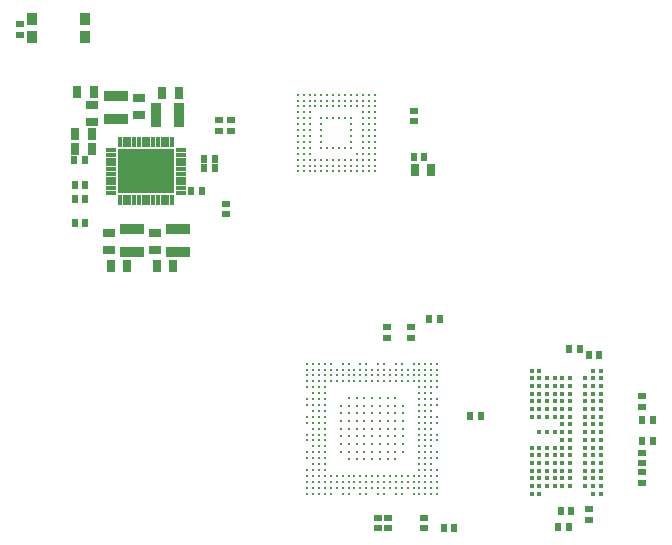
<source format=gts>
G04 Layer_Color=8388736*
%FSLAX43Y43*%
%MOMM*%
G71*
G01*
G75*
%ADD40C,0.400*%
%ADD43R,0.610X0.660*%
%ADD44R,0.610X0.800*%
%ADD45R,0.800X0.610*%
%ADD46R,0.660X0.610*%
%ADD47R,0.900X0.300*%
%ADD48R,0.300X0.900*%
%ADD49R,4.700X3.700*%
%ADD50R,2.100X0.900*%
%ADD51R,0.900X2.100*%
%ADD52R,0.990X0.740*%
%ADD53R,0.740X0.990*%
%ADD54R,0.850X1.100*%
%ADD55C,0.330*%
D40*
X51350Y57200D02*
D03*
X50700D02*
D03*
X46150D02*
D03*
X45500D02*
D03*
X51350Y57850D02*
D03*
X50700D02*
D03*
X50050D02*
D03*
X48750D02*
D03*
X48100D02*
D03*
X47450D02*
D03*
X46800D02*
D03*
X46150D02*
D03*
X45500D02*
D03*
X51350Y58500D02*
D03*
X50700D02*
D03*
X50050D02*
D03*
X48750D02*
D03*
X48100D02*
D03*
X47450D02*
D03*
X46800D02*
D03*
X46150D02*
D03*
X45500D02*
D03*
X51350Y59150D02*
D03*
X50700D02*
D03*
X50050D02*
D03*
X48100D02*
D03*
X47450D02*
D03*
X46800D02*
D03*
X48750D02*
D03*
X46150D02*
D03*
X45500D02*
D03*
Y59800D02*
D03*
X46150D02*
D03*
X48750D02*
D03*
X46800D02*
D03*
X47450D02*
D03*
X48100D02*
D03*
X50050D02*
D03*
X50700D02*
D03*
X51350D02*
D03*
Y62400D02*
D03*
X50700D02*
D03*
X50050D02*
D03*
X48100D02*
D03*
X47450D02*
D03*
X46800D02*
D03*
X48750D02*
D03*
X46150D02*
D03*
X48750Y61750D02*
D03*
X48100D02*
D03*
X50050D02*
D03*
X50700D02*
D03*
X51350D02*
D03*
X45500Y61100D02*
D03*
X46150D02*
D03*
X46800D02*
D03*
X47450D02*
D03*
X48100D02*
D03*
X48750D02*
D03*
X50050D02*
D03*
X50700D02*
D03*
X51350D02*
D03*
X45500Y60450D02*
D03*
X46150D02*
D03*
X46800D02*
D03*
X47450D02*
D03*
X48100D02*
D03*
X48750D02*
D03*
X50050D02*
D03*
X50700D02*
D03*
X51350D02*
D03*
Y65000D02*
D03*
X50700D02*
D03*
X50050D02*
D03*
X48100D02*
D03*
X47450D02*
D03*
X46800D02*
D03*
X48750D02*
D03*
X46150D02*
D03*
X45500D02*
D03*
Y64350D02*
D03*
X46150D02*
D03*
X48750D02*
D03*
X46800D02*
D03*
X47450D02*
D03*
X48100D02*
D03*
X50050D02*
D03*
X50700D02*
D03*
X51350D02*
D03*
X45500Y63700D02*
D03*
X46150D02*
D03*
X46800D02*
D03*
X47450D02*
D03*
X48100D02*
D03*
X48750D02*
D03*
X50050D02*
D03*
X50700D02*
D03*
X51350D02*
D03*
X48100Y63050D02*
D03*
X48750D02*
D03*
X50050D02*
D03*
X50700D02*
D03*
X51350D02*
D03*
Y67600D02*
D03*
X50700D02*
D03*
X46150D02*
D03*
X45500D02*
D03*
Y66950D02*
D03*
X46150D02*
D03*
X48750D02*
D03*
X46800D02*
D03*
X47450D02*
D03*
X48100D02*
D03*
X50050D02*
D03*
X50700D02*
D03*
X51350D02*
D03*
X45500Y66300D02*
D03*
X46150D02*
D03*
X46800D02*
D03*
X47450D02*
D03*
X48100D02*
D03*
X48750D02*
D03*
X50050D02*
D03*
X50700D02*
D03*
X51350D02*
D03*
X45500Y65650D02*
D03*
X46150D02*
D03*
X46800D02*
D03*
X47450D02*
D03*
X48100D02*
D03*
X48750D02*
D03*
X50050D02*
D03*
X50700D02*
D03*
X51350D02*
D03*
D43*
X6750Y85450D02*
D03*
X7650D02*
D03*
X36425Y85725D02*
D03*
X35525D02*
D03*
X48675Y69400D02*
D03*
X49575D02*
D03*
X48675Y54375D02*
D03*
X47775D02*
D03*
X38950Y54275D02*
D03*
X38050D02*
D03*
X36825Y72000D02*
D03*
X37725D02*
D03*
X17784Y85562D02*
D03*
X18684D02*
D03*
X6800Y83325D02*
D03*
X7700D02*
D03*
X6800Y80075D02*
D03*
X7700D02*
D03*
X18675Y84725D02*
D03*
X17775D02*
D03*
X17600Y82825D02*
D03*
X16700D02*
D03*
X6800Y82175D02*
D03*
X7700D02*
D03*
X51225Y68925D02*
D03*
X50325D02*
D03*
X54850Y61675D02*
D03*
X55750D02*
D03*
X48875Y55750D02*
D03*
X47975D02*
D03*
D44*
X40275Y63775D02*
D03*
X41175D02*
D03*
X55750Y63400D02*
D03*
X54850D02*
D03*
D45*
X50375Y54975D02*
D03*
Y55875D02*
D03*
X19625Y80850D02*
D03*
Y81750D02*
D03*
X20074Y87913D02*
D03*
Y88813D02*
D03*
X19025Y87900D02*
D03*
Y88800D02*
D03*
X35575Y88725D02*
D03*
Y89625D02*
D03*
D46*
X36350Y55150D02*
D03*
Y54250D02*
D03*
X54875Y59750D02*
D03*
Y60650D02*
D03*
X2175Y96050D02*
D03*
Y96950D02*
D03*
X32500Y54250D02*
D03*
Y55150D02*
D03*
X33250Y71300D02*
D03*
Y70400D02*
D03*
X35250Y71300D02*
D03*
Y70400D02*
D03*
X33325Y54250D02*
D03*
Y55150D02*
D03*
X54875Y65450D02*
D03*
Y64550D02*
D03*
Y58125D02*
D03*
Y59025D02*
D03*
D47*
X9900Y84675D02*
D03*
Y84275D02*
D03*
Y83875D02*
D03*
Y83475D02*
D03*
Y83075D02*
D03*
Y82675D02*
D03*
Y85075D02*
D03*
Y85475D02*
D03*
Y85875D02*
D03*
Y86275D02*
D03*
X15800D02*
D03*
Y85875D02*
D03*
Y85475D02*
D03*
Y85075D02*
D03*
Y84675D02*
D03*
Y82675D02*
D03*
Y83075D02*
D03*
Y83475D02*
D03*
Y83875D02*
D03*
Y84275D02*
D03*
D48*
X15050Y86925D02*
D03*
X12650Y82025D02*
D03*
X13050D02*
D03*
X13450D02*
D03*
X13850D02*
D03*
X14250D02*
D03*
X14650D02*
D03*
X12250D02*
D03*
X11850D02*
D03*
X11450D02*
D03*
X11050D02*
D03*
X10650D02*
D03*
X11050Y86925D02*
D03*
X11450D02*
D03*
X11850D02*
D03*
X12250D02*
D03*
X12650D02*
D03*
X14650D02*
D03*
X14250D02*
D03*
X13850D02*
D03*
X13450D02*
D03*
X13050D02*
D03*
X10650D02*
D03*
X15050Y82025D02*
D03*
D49*
X12850Y84475D02*
D03*
D50*
X11675Y79625D02*
D03*
Y77625D02*
D03*
X15575Y79625D02*
D03*
Y77625D02*
D03*
X10275Y88900D02*
D03*
Y90900D02*
D03*
D51*
X13675Y89225D02*
D03*
X15675D02*
D03*
D52*
X13625Y77850D02*
D03*
Y79250D02*
D03*
X8250Y90100D02*
D03*
Y88700D02*
D03*
X9750Y77850D02*
D03*
Y79250D02*
D03*
X12250Y90650D02*
D03*
Y89250D02*
D03*
D53*
X7050Y91175D02*
D03*
X8450D02*
D03*
X6875Y87625D02*
D03*
X8275D02*
D03*
X9850Y76450D02*
D03*
X11250D02*
D03*
X13750Y76450D02*
D03*
X15150D02*
D03*
X14225Y91150D02*
D03*
X15625D02*
D03*
X8275Y86350D02*
D03*
X6875D02*
D03*
X37000Y84625D02*
D03*
X35600D02*
D03*
D54*
X3225Y95850D02*
D03*
Y97350D02*
D03*
X7675Y95850D02*
D03*
Y97350D02*
D03*
D55*
X26500Y68200D02*
D03*
X27000D02*
D03*
X27500D02*
D03*
X28000D02*
D03*
X28500D02*
D03*
X29500D02*
D03*
X30000D02*
D03*
X31000D02*
D03*
X31500D02*
D03*
X32500D02*
D03*
X33000D02*
D03*
X34000D02*
D03*
X34500D02*
D03*
X35500D02*
D03*
X36000D02*
D03*
X36500D02*
D03*
X37000D02*
D03*
X37500D02*
D03*
X26500Y67700D02*
D03*
X27000D02*
D03*
X27500D02*
D03*
X28000D02*
D03*
X28500D02*
D03*
X29000D02*
D03*
X29500D02*
D03*
X30000D02*
D03*
X30500D02*
D03*
X31000D02*
D03*
X31500D02*
D03*
X32000D02*
D03*
X32500D02*
D03*
X33000D02*
D03*
X33500D02*
D03*
X34000D02*
D03*
X34500D02*
D03*
X35000D02*
D03*
X35500D02*
D03*
X36000D02*
D03*
X36500D02*
D03*
X37000D02*
D03*
X37500D02*
D03*
X26500Y67200D02*
D03*
X27000D02*
D03*
X27500D02*
D03*
X28000D02*
D03*
X28500D02*
D03*
X29000D02*
D03*
X29500D02*
D03*
X30000D02*
D03*
X30500D02*
D03*
X31000D02*
D03*
X31500D02*
D03*
X32000D02*
D03*
X32500D02*
D03*
X33000D02*
D03*
X33500D02*
D03*
X34000D02*
D03*
X34500D02*
D03*
X35000D02*
D03*
X35500D02*
D03*
X36000D02*
D03*
X36500D02*
D03*
X37000D02*
D03*
X37500D02*
D03*
X26500Y66700D02*
D03*
X27000D02*
D03*
X27500D02*
D03*
X28000D02*
D03*
X28500D02*
D03*
X29000D02*
D03*
X29500D02*
D03*
X30000D02*
D03*
X30500D02*
D03*
X31000D02*
D03*
X31500D02*
D03*
X32000D02*
D03*
X32500D02*
D03*
X33000D02*
D03*
X33500D02*
D03*
X34000D02*
D03*
X34500D02*
D03*
X35000D02*
D03*
X35500D02*
D03*
X36000D02*
D03*
X36500D02*
D03*
X37000D02*
D03*
X37500D02*
D03*
X26500Y66200D02*
D03*
X27000D02*
D03*
X27500D02*
D03*
X28000D02*
D03*
X36000D02*
D03*
X36500D02*
D03*
X37000D02*
D03*
X37500D02*
D03*
X27000Y65700D02*
D03*
X27500D02*
D03*
X28000D02*
D03*
X36000D02*
D03*
X36500D02*
D03*
X37000D02*
D03*
X26500Y65200D02*
D03*
X27000D02*
D03*
X27500D02*
D03*
X28000D02*
D03*
X36000D02*
D03*
X36500D02*
D03*
X37000D02*
D03*
X37500D02*
D03*
X26500Y64700D02*
D03*
X27000D02*
D03*
X27500D02*
D03*
X28000D02*
D03*
X30050Y65300D02*
D03*
X30700D02*
D03*
X31350D02*
D03*
X32000D02*
D03*
X32650D02*
D03*
X33300D02*
D03*
X33950D02*
D03*
X36000Y64700D02*
D03*
X36500D02*
D03*
X37000D02*
D03*
X37500D02*
D03*
X27000Y64200D02*
D03*
X27500D02*
D03*
X28000D02*
D03*
X29400Y64650D02*
D03*
X30050D02*
D03*
X30700D02*
D03*
X31350D02*
D03*
X32000D02*
D03*
X32650D02*
D03*
X33300D02*
D03*
X33950D02*
D03*
X34600D02*
D03*
X36000Y64200D02*
D03*
X36500D02*
D03*
X37000D02*
D03*
X26500Y63700D02*
D03*
X27000D02*
D03*
X27500D02*
D03*
X28000D02*
D03*
X29400Y64000D02*
D03*
X30050D02*
D03*
X30700D02*
D03*
X31350D02*
D03*
X32000D02*
D03*
X32650D02*
D03*
X33300D02*
D03*
X33950D02*
D03*
X34600D02*
D03*
X36000Y63700D02*
D03*
X36500D02*
D03*
X37000D02*
D03*
X37500D02*
D03*
X26500Y63200D02*
D03*
X27000D02*
D03*
X27500D02*
D03*
X28000D02*
D03*
X29400Y63350D02*
D03*
X30050D02*
D03*
X30700D02*
D03*
X31350D02*
D03*
X32000D02*
D03*
X32650D02*
D03*
X33300D02*
D03*
X33950D02*
D03*
X34600D02*
D03*
X36000Y63200D02*
D03*
X36500D02*
D03*
X37000D02*
D03*
X37500D02*
D03*
X27000Y62700D02*
D03*
X27500D02*
D03*
X28000D02*
D03*
X29400D02*
D03*
X30050D02*
D03*
X30700D02*
D03*
X31350D02*
D03*
X32000D02*
D03*
X32650D02*
D03*
X33300D02*
D03*
X33950D02*
D03*
X34600D02*
D03*
X36000D02*
D03*
X36500D02*
D03*
X37000D02*
D03*
X26500Y62200D02*
D03*
X27000D02*
D03*
X27500D02*
D03*
X28000D02*
D03*
X29400Y62050D02*
D03*
X30050D02*
D03*
X30700D02*
D03*
X31350D02*
D03*
X32000D02*
D03*
X32650D02*
D03*
X33300D02*
D03*
X33950D02*
D03*
X34600D02*
D03*
X36000Y62200D02*
D03*
X36500D02*
D03*
X37000D02*
D03*
X37500D02*
D03*
X26500Y61700D02*
D03*
X27000D02*
D03*
X27500D02*
D03*
X28000D02*
D03*
X29400Y61400D02*
D03*
X30050D02*
D03*
X30700D02*
D03*
X31350D02*
D03*
X32000D02*
D03*
X32650D02*
D03*
X33300D02*
D03*
X33950D02*
D03*
X34600D02*
D03*
X36000Y61700D02*
D03*
X36500D02*
D03*
X37000D02*
D03*
X37500D02*
D03*
X27000Y61200D02*
D03*
X27500D02*
D03*
X28000D02*
D03*
X29400Y60750D02*
D03*
X30050D02*
D03*
X30700D02*
D03*
X31350D02*
D03*
X32000D02*
D03*
X32650D02*
D03*
X33300D02*
D03*
X33950D02*
D03*
X34600D02*
D03*
X36000Y61200D02*
D03*
X36500D02*
D03*
X37000D02*
D03*
X26500Y60700D02*
D03*
X27000D02*
D03*
X27500D02*
D03*
X28000D02*
D03*
X30050Y60100D02*
D03*
X30700D02*
D03*
X31350D02*
D03*
X32000D02*
D03*
X32650D02*
D03*
X33300D02*
D03*
X33950D02*
D03*
X36000Y60700D02*
D03*
X36500D02*
D03*
X37000D02*
D03*
X37500D02*
D03*
X26500Y60200D02*
D03*
X27000D02*
D03*
X27500D02*
D03*
X28000D02*
D03*
X36000D02*
D03*
X36500D02*
D03*
X37000D02*
D03*
X37500D02*
D03*
X27000Y59700D02*
D03*
X27500D02*
D03*
X28000D02*
D03*
X36000D02*
D03*
X36500D02*
D03*
X37000D02*
D03*
X26500Y59200D02*
D03*
X27000D02*
D03*
X27500D02*
D03*
X28000D02*
D03*
X36000D02*
D03*
X36500D02*
D03*
X37000D02*
D03*
X37500D02*
D03*
X26500Y58700D02*
D03*
X27000D02*
D03*
X27500D02*
D03*
X28000D02*
D03*
X28500D02*
D03*
X29000D02*
D03*
X29500D02*
D03*
X30000D02*
D03*
X30500D02*
D03*
X31000D02*
D03*
X31500D02*
D03*
X32000D02*
D03*
X32500D02*
D03*
X33000D02*
D03*
X33500D02*
D03*
X34000D02*
D03*
X34500D02*
D03*
X35000D02*
D03*
X35500D02*
D03*
X36000D02*
D03*
X36500D02*
D03*
X37000D02*
D03*
X37500D02*
D03*
X26500Y58200D02*
D03*
X27000D02*
D03*
X27500D02*
D03*
X28000D02*
D03*
X28500D02*
D03*
X29000D02*
D03*
X29500D02*
D03*
X30000D02*
D03*
X30500D02*
D03*
X31000D02*
D03*
X31500D02*
D03*
X32000D02*
D03*
X32500D02*
D03*
X33000D02*
D03*
X33500D02*
D03*
X34000D02*
D03*
X34500D02*
D03*
X35000D02*
D03*
X35500D02*
D03*
X36000D02*
D03*
X36500D02*
D03*
X37000D02*
D03*
X37500D02*
D03*
X26500Y57700D02*
D03*
X27000D02*
D03*
X27500D02*
D03*
X28000D02*
D03*
X28500D02*
D03*
X29000D02*
D03*
X29500D02*
D03*
X30000D02*
D03*
X30500D02*
D03*
X31000D02*
D03*
X31500D02*
D03*
X32000D02*
D03*
X32500D02*
D03*
X33000D02*
D03*
X33500D02*
D03*
X34000D02*
D03*
X34500D02*
D03*
X35000D02*
D03*
X35500D02*
D03*
X36000D02*
D03*
X36500D02*
D03*
X37000D02*
D03*
X37500D02*
D03*
X26500Y57200D02*
D03*
X27000D02*
D03*
X27500D02*
D03*
X28000D02*
D03*
X28500D02*
D03*
X29500D02*
D03*
X30000D02*
D03*
X31000D02*
D03*
X31500D02*
D03*
X32500D02*
D03*
X33000D02*
D03*
X34000D02*
D03*
X34500D02*
D03*
X35500D02*
D03*
X36000D02*
D03*
X36500D02*
D03*
X37000D02*
D03*
X37500D02*
D03*
X25700Y90975D02*
D03*
X26200D02*
D03*
X26700D02*
D03*
X27200D02*
D03*
X27700D02*
D03*
X28200D02*
D03*
X28700D02*
D03*
X29200D02*
D03*
X29700D02*
D03*
X30200D02*
D03*
X30700D02*
D03*
X31200D02*
D03*
X31700D02*
D03*
X32200D02*
D03*
X25700Y90475D02*
D03*
X26200D02*
D03*
X26700D02*
D03*
X27200D02*
D03*
X27700D02*
D03*
X28200D02*
D03*
X28700D02*
D03*
X29200D02*
D03*
X29700D02*
D03*
X30200D02*
D03*
X30700D02*
D03*
X31200D02*
D03*
X31700D02*
D03*
X32200D02*
D03*
X25700Y89975D02*
D03*
X26200D02*
D03*
X26700D02*
D03*
X27200D02*
D03*
X27700D02*
D03*
X28200D02*
D03*
X28700D02*
D03*
X29200D02*
D03*
X29700D02*
D03*
X30200D02*
D03*
X30700D02*
D03*
X31200D02*
D03*
X31700D02*
D03*
X32200D02*
D03*
X25700Y89475D02*
D03*
X26200D02*
D03*
X26700D02*
D03*
X31200D02*
D03*
X31700D02*
D03*
X32200D02*
D03*
X25700Y88975D02*
D03*
X26200D02*
D03*
X26700D02*
D03*
X27700D02*
D03*
X28200D02*
D03*
X28700D02*
D03*
X29200D02*
D03*
X29700D02*
D03*
X30200D02*
D03*
X31200D02*
D03*
X31700D02*
D03*
X32200D02*
D03*
X25700Y88475D02*
D03*
X26200D02*
D03*
X26700D02*
D03*
X27700D02*
D03*
X30200D02*
D03*
X31200D02*
D03*
X31700D02*
D03*
X32200D02*
D03*
X25700Y87975D02*
D03*
X26200D02*
D03*
X26700D02*
D03*
X27700D02*
D03*
X30200D02*
D03*
X31200D02*
D03*
X31700D02*
D03*
X32200D02*
D03*
X25700Y87475D02*
D03*
X26200D02*
D03*
X26700D02*
D03*
X27700D02*
D03*
X30200D02*
D03*
X31200D02*
D03*
X31700D02*
D03*
X32200D02*
D03*
X25700Y86975D02*
D03*
X26200D02*
D03*
X26700D02*
D03*
X27700D02*
D03*
X30200D02*
D03*
X31200D02*
D03*
X31700D02*
D03*
X32200D02*
D03*
X25700Y86475D02*
D03*
X26200D02*
D03*
X26700D02*
D03*
X27700D02*
D03*
X28200D02*
D03*
X28700D02*
D03*
X29200D02*
D03*
X29700D02*
D03*
X30200D02*
D03*
X31200D02*
D03*
X31700D02*
D03*
X32200D02*
D03*
X25700Y85975D02*
D03*
X26200D02*
D03*
X26700D02*
D03*
X30700D02*
D03*
X31200D02*
D03*
X31700D02*
D03*
X32200D02*
D03*
X25700Y85475D02*
D03*
X26200D02*
D03*
X26700D02*
D03*
X27200D02*
D03*
X27700D02*
D03*
X28200D02*
D03*
X28700D02*
D03*
X29200D02*
D03*
X29700D02*
D03*
X30200D02*
D03*
X30700D02*
D03*
X31200D02*
D03*
X31700D02*
D03*
X32200D02*
D03*
X25700Y84975D02*
D03*
X26200D02*
D03*
X26700D02*
D03*
X27200D02*
D03*
X27700D02*
D03*
X28200D02*
D03*
X28700D02*
D03*
X29200D02*
D03*
X29700D02*
D03*
X30200D02*
D03*
X30700D02*
D03*
X31200D02*
D03*
X31700D02*
D03*
X32200D02*
D03*
X25700Y84475D02*
D03*
X26200D02*
D03*
X26700D02*
D03*
X27200D02*
D03*
X27700D02*
D03*
X28200D02*
D03*
X28700D02*
D03*
X29200D02*
D03*
X29700D02*
D03*
X30200D02*
D03*
X30700D02*
D03*
X31200D02*
D03*
X31700D02*
D03*
X32200D02*
D03*
M02*

</source>
